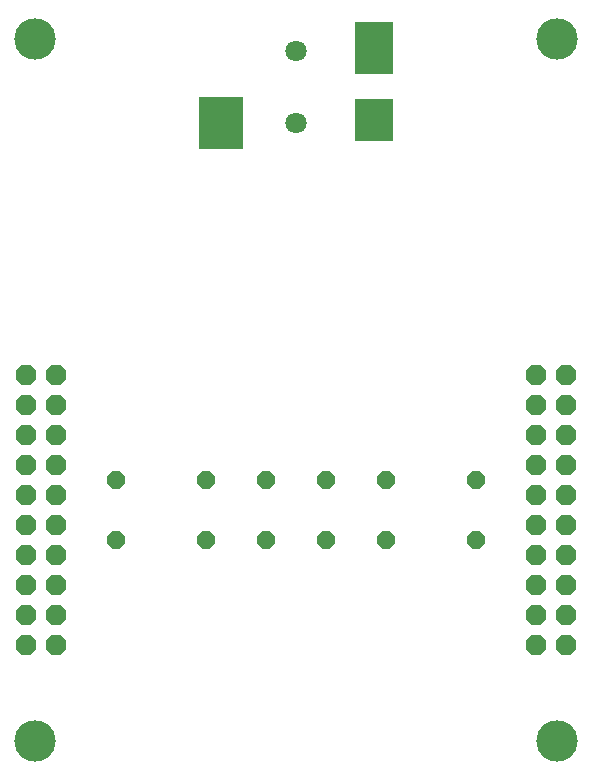
<source format=gts>
G75*
G70*
%OFA0B0*%
%FSLAX24Y24*%
%IPPOS*%
%LPD*%
%AMOC8*
5,1,8,0,0,1.08239X$1,22.5*
%
%ADD10OC8,0.0600*%
%ADD11C,0.1380*%
%ADD12OC8,0.0674*%
%ADD13C,0.0710*%
%ADD14R,0.1269X0.1722*%
%ADD15R,0.1269X0.1407*%
%ADD16R,0.1466X0.1722*%
D10*
X004150Y008150D03*
X004150Y010150D03*
X007150Y010150D03*
X007150Y008150D03*
X009150Y008150D03*
X009150Y010150D03*
X011150Y010150D03*
X011150Y008150D03*
X013150Y008150D03*
X013150Y010150D03*
X016150Y010150D03*
X016150Y008150D03*
D11*
X001450Y001450D03*
X018850Y001450D03*
X018850Y024850D03*
X001450Y024850D03*
D12*
X001150Y013650D03*
X001150Y012650D03*
X001150Y011650D03*
X001150Y010650D03*
X001150Y009650D03*
X001150Y008650D03*
X001150Y007650D03*
X001150Y006650D03*
X001150Y005650D03*
X001150Y004650D03*
X002150Y004650D03*
X002150Y005650D03*
X002150Y006650D03*
X002150Y007650D03*
X002150Y008650D03*
X002150Y009650D03*
X002150Y010650D03*
X002150Y011650D03*
X002150Y012650D03*
X002150Y013650D03*
X018150Y013650D03*
X018150Y012650D03*
X018150Y011650D03*
X018150Y010650D03*
X018150Y009650D03*
X018150Y008650D03*
X018150Y007650D03*
X018150Y006650D03*
X018150Y005650D03*
X018150Y004650D03*
X019150Y004650D03*
X019150Y005650D03*
X019150Y006650D03*
X019150Y007650D03*
X019150Y008650D03*
X019150Y009650D03*
X019150Y010650D03*
X019150Y011650D03*
X019150Y012650D03*
X019150Y013650D03*
D13*
X010150Y022050D03*
X010150Y024450D03*
D14*
X012744Y024550D03*
D15*
X012744Y022150D03*
D16*
X007657Y022050D03*
M02*

</source>
